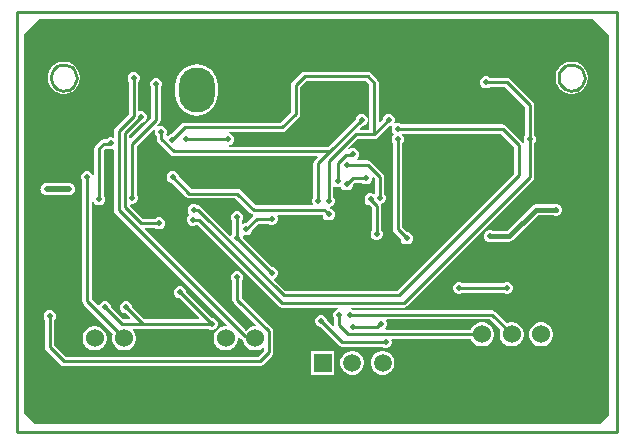
<source format=gbl>
G04*
G04 #@! TF.GenerationSoftware,Altium Limited,Altium Designer,21.8.1 (53)*
G04*
G04 Layer_Physical_Order=2*
G04 Layer_Color=16711680*
%FSLAX25Y25*%
%MOIN*%
G70*
G04*
G04 #@! TF.SameCoordinates,187DA05A-B4E4-4C7B-AEA6-211E795FDF11*
G04*
G04*
G04 #@! TF.FilePolarity,Positive*
G04*
G01*
G75*
%ADD11C,0.01000*%
%ADD51C,0.02000*%
%ADD52C,0.01500*%
%ADD53C,0.06000*%
%ADD54R,0.06000X0.06000*%
%ADD55R,0.06000X0.05906*%
%ADD56R,0.05905X0.05905*%
%ADD57C,0.05906*%
%ADD58O,0.12000X0.15000*%
%ADD59C,0.02000*%
G36*
X197500Y132000D02*
Y5500D01*
X194500Y2500D01*
X6000D01*
X2500Y6000D01*
Y132500D01*
X7500Y137500D01*
X192000D01*
X197500Y132000D01*
D02*
G37*
%LPC*%
G36*
X185466Y123460D02*
X184613D01*
X184514Y123441D01*
X184414D01*
X183577Y123275D01*
X183484Y123236D01*
X183386Y123216D01*
X182598Y122890D01*
X182514Y122834D01*
X182422Y122796D01*
X181712Y122322D01*
X181641Y122251D01*
X181558Y122195D01*
X180955Y121592D01*
X180899Y121508D01*
X180828Y121437D01*
X180354Y120728D01*
X180315Y120635D01*
X180260Y120552D01*
X179933Y119764D01*
X179913Y119665D01*
X179875Y119572D01*
X179709Y118736D01*
Y118635D01*
X179689Y118537D01*
Y117684D01*
X179709Y117585D01*
Y117485D01*
X179875Y116648D01*
X179913Y116555D01*
X179933Y116457D01*
X180260Y115669D01*
X180315Y115585D01*
X180354Y115492D01*
X180828Y114783D01*
X180899Y114712D01*
X180955Y114629D01*
X181558Y114025D01*
X181641Y113970D01*
X181712Y113899D01*
X182422Y113425D01*
X182514Y113386D01*
X182598Y113330D01*
X183386Y113004D01*
X183484Y112984D01*
X183577Y112946D01*
X184414Y112779D01*
X184514D01*
X184613Y112760D01*
X185466D01*
X185564Y112779D01*
X185665D01*
X186502Y112946D01*
X186594Y112984D01*
X186693Y113004D01*
X187481Y113330D01*
X187564Y113386D01*
X187657Y113425D01*
X188366Y113899D01*
X188437Y113970D01*
X188521Y114025D01*
X189124Y114629D01*
X189180Y114712D01*
X189251Y114783D01*
X189725Y115492D01*
X189763Y115585D01*
X189819Y115669D01*
X190146Y116457D01*
X190165Y116555D01*
X190204Y116648D01*
X190370Y117485D01*
Y117585D01*
X190390Y117684D01*
Y118537D01*
X190370Y118635D01*
Y118736D01*
X190204Y119572D01*
X190165Y119665D01*
X190146Y119764D01*
X189819Y120552D01*
X189763Y120635D01*
X189725Y120728D01*
X189251Y121437D01*
X189180Y121508D01*
X189124Y121592D01*
X188521Y122195D01*
X188437Y122251D01*
X188366Y122322D01*
X187657Y122796D01*
X187564Y122834D01*
X187481Y122890D01*
X186693Y123216D01*
X186594Y123236D01*
X186502Y123275D01*
X185665Y123441D01*
X185564D01*
X185466Y123460D01*
D02*
G37*
G36*
X16175D02*
X15322D01*
X15223Y123441D01*
X15123D01*
X14286Y123275D01*
X14193Y123236D01*
X14095Y123216D01*
X13307Y122890D01*
X13223Y122834D01*
X13130Y122796D01*
X12421Y122322D01*
X12350Y122251D01*
X12266Y122195D01*
X11663Y121592D01*
X11607Y121508D01*
X11536Y121437D01*
X11062Y120728D01*
X11024Y120635D01*
X10968Y120552D01*
X10642Y119764D01*
X10622Y119665D01*
X10584Y119572D01*
X10417Y118736D01*
Y118635D01*
X10398Y118537D01*
Y117684D01*
X10417Y117585D01*
Y117485D01*
X10584Y116648D01*
X10622Y116555D01*
X10642Y116457D01*
X10968Y115669D01*
X11024Y115585D01*
X11062Y115492D01*
X11536Y114783D01*
X11607Y114712D01*
X11663Y114629D01*
X12266Y114025D01*
X12350Y113970D01*
X12421Y113899D01*
X13130Y113425D01*
X13223Y113386D01*
X13307Y113330D01*
X14095Y113004D01*
X14193Y112984D01*
X14286Y112946D01*
X15123Y112779D01*
X15223D01*
X15322Y112760D01*
X16175D01*
X16273Y112779D01*
X16374D01*
X17210Y112946D01*
X17303Y112984D01*
X17401Y113004D01*
X18190Y113330D01*
X18273Y113386D01*
X18366Y113425D01*
X19075Y113899D01*
X19146Y113970D01*
X19230Y114025D01*
X19833Y114629D01*
X19889Y114712D01*
X19960Y114783D01*
X20434Y115492D01*
X20472Y115585D01*
X20528Y115669D01*
X20854Y116457D01*
X20874Y116555D01*
X20912Y116648D01*
X21079Y117485D01*
Y117585D01*
X21098Y117684D01*
Y118537D01*
X21079Y118635D01*
Y118736D01*
X20912Y119572D01*
X20874Y119665D01*
X20854Y119764D01*
X20528Y120552D01*
X20472Y120635D01*
X20434Y120728D01*
X19960Y121437D01*
X19889Y121508D01*
X19833Y121592D01*
X19230Y122195D01*
X19146Y122251D01*
X19075Y122322D01*
X18366Y122796D01*
X18273Y122834D01*
X18190Y122890D01*
X17401Y123216D01*
X17303Y123236D01*
X17210Y123275D01*
X16374Y123441D01*
X16273D01*
X16175Y123460D01*
D02*
G37*
G36*
X60000Y122534D02*
X58628Y122399D01*
X57308Y121999D01*
X56092Y121349D01*
X55026Y120474D01*
X54151Y119408D01*
X53501Y118192D01*
X53101Y116872D01*
X52966Y115500D01*
Y112500D01*
X53101Y111128D01*
X53501Y109808D01*
X54151Y108592D01*
X55026Y107526D01*
X56092Y106651D01*
X57308Y106001D01*
X58628Y105601D01*
X60000Y105466D01*
X61372Y105601D01*
X62692Y106001D01*
X63908Y106651D01*
X64974Y107526D01*
X65848Y108592D01*
X66499Y109808D01*
X66899Y111128D01*
X67034Y112500D01*
Y115500D01*
X66899Y116872D01*
X66499Y118192D01*
X65848Y119408D01*
X64974Y120474D01*
X63908Y121349D01*
X62692Y121999D01*
X61372Y122399D01*
X60000Y122534D01*
D02*
G37*
G36*
X117000Y120029D02*
X96000D01*
X95415Y119913D01*
X94919Y119581D01*
X91919Y116581D01*
X91587Y116085D01*
X91471Y115500D01*
Y106633D01*
X87866Y103029D01*
X56000D01*
X55415Y102913D01*
X54919Y102581D01*
X51759Y99422D01*
X51524D01*
X50789Y99117D01*
X50475Y98803D01*
X49887Y98923D01*
X49804Y99128D01*
X50000Y99602D01*
Y100398D01*
X49696Y101133D01*
X49133Y101696D01*
X48398Y102000D01*
X47602D01*
X47145Y101811D01*
X46862Y102235D01*
X47581Y102954D01*
X47913Y103450D01*
X48029Y104035D01*
Y114701D01*
X48195Y114867D01*
X48500Y115602D01*
Y116398D01*
X48195Y117133D01*
X47633Y117695D01*
X46898Y118000D01*
X46102D01*
X45367Y117695D01*
X44804Y117133D01*
X44500Y116398D01*
Y115602D01*
X44804Y114867D01*
X44971Y114701D01*
Y104669D01*
X37991Y97690D01*
X37529Y97881D01*
Y98866D01*
X41663Y103000D01*
X41898D01*
X42633Y103305D01*
X43196Y103867D01*
X43500Y104602D01*
Y105398D01*
X43196Y106133D01*
X42633Y106695D01*
X41898Y107000D01*
X41102D01*
X40945Y106935D01*
X40529Y107213D01*
Y116701D01*
X40696Y116867D01*
X41000Y117602D01*
Y118398D01*
X40696Y119133D01*
X40133Y119695D01*
X39398Y120000D01*
X38602D01*
X37867Y119695D01*
X37304Y119133D01*
X37000Y118398D01*
Y117602D01*
X37304Y116867D01*
X37471Y116701D01*
Y105962D01*
X32919Y101410D01*
X32587Y100914D01*
X32471Y100328D01*
Y98404D01*
X32055Y98126D01*
X31898Y98191D01*
X31102D01*
X30367Y97887D01*
X30010Y97529D01*
X29000D01*
X28415Y97413D01*
X27919Y97081D01*
X26419Y95581D01*
X26087Y95085D01*
X25971Y94500D01*
Y85469D01*
X25500Y85398D01*
X25196Y86133D01*
X24633Y86695D01*
X23898Y87000D01*
X23102D01*
X22367Y86695D01*
X21804Y86133D01*
X21500Y85398D01*
Y84602D01*
X21804Y83867D01*
X21971Y83701D01*
Y43531D01*
X22087Y42946D01*
X22419Y42450D01*
X32123Y32746D01*
X32115Y32733D01*
X31842Y31715D01*
Y30662D01*
X32115Y29645D01*
X32642Y28733D01*
X33386Y27988D01*
X34299Y27461D01*
X35316Y27189D01*
X36369D01*
X37386Y27461D01*
X38299Y27988D01*
X39043Y28733D01*
X39570Y29645D01*
X39843Y30662D01*
Y31715D01*
X39570Y32733D01*
X39043Y33645D01*
X38717Y33971D01*
X38925Y34471D01*
X63701D01*
X63867Y34304D01*
X64602Y34000D01*
X65398D01*
X66133Y34304D01*
X66695Y34867D01*
X67000Y35602D01*
Y36398D01*
X66695Y37133D01*
X66133Y37696D01*
X65398Y38000D01*
X65163D01*
X56500Y46663D01*
Y46898D01*
X56195Y47633D01*
X55633Y48195D01*
X54898Y48500D01*
X54102D01*
X53367Y48195D01*
X52804Y47633D01*
X52500Y46898D01*
Y46102D01*
X52804Y45367D01*
X53367Y44804D01*
X54102Y44500D01*
X54337D01*
X60846Y37991D01*
X60654Y37529D01*
X42634D01*
X38500Y41663D01*
Y41898D01*
X38195Y42633D01*
X37633Y43196D01*
X36898Y43500D01*
X36102D01*
X35367Y43196D01*
X34804Y42633D01*
X34500Y41898D01*
Y41102D01*
X34804Y40367D01*
X35367Y39805D01*
X36102Y39500D01*
X36337D01*
X37846Y37991D01*
X37654Y37529D01*
X35634D01*
X31500Y41663D01*
Y41898D01*
X31196Y42633D01*
X30633Y43196D01*
X29898Y43500D01*
X29102D01*
X28367Y43196D01*
X27804Y42633D01*
X27647Y42254D01*
X27058Y42136D01*
X25029Y44165D01*
Y77031D01*
X25500Y77102D01*
X25804Y76367D01*
X26367Y75805D01*
X27102Y75500D01*
X27898D01*
X28633Y75805D01*
X29195Y76367D01*
X29500Y77102D01*
Y77898D01*
X29195Y78633D01*
X29029Y78799D01*
Y93866D01*
X29634Y94471D01*
X30428D01*
X31102Y94191D01*
X31898D01*
X32055Y94256D01*
X32471Y93979D01*
Y74000D01*
X32587Y73415D01*
X32919Y72919D01*
X70148Y35689D01*
X69941Y35189D01*
X69131D01*
X68114Y34916D01*
X67201Y34389D01*
X66457Y33645D01*
X65930Y32733D01*
X65658Y31715D01*
Y30662D01*
X65930Y29645D01*
X66457Y28733D01*
X67201Y27988D01*
X68114Y27461D01*
X69131Y27189D01*
X70184D01*
X71201Y27461D01*
X72114Y27988D01*
X72858Y28733D01*
X73385Y29645D01*
X73658Y30662D01*
Y31473D01*
X74158Y31680D01*
X74892Y30945D01*
X75388Y30613D01*
X75520Y30587D01*
X75773Y29645D01*
X76299Y28733D01*
X77044Y27988D01*
X77956Y27461D01*
X78973Y27189D01*
X80027D01*
X81044Y27461D01*
X81956Y27988D01*
X82009Y28041D01*
X82471Y27849D01*
Y27134D01*
X80366Y25029D01*
X16358D01*
X12529Y28858D01*
Y37201D01*
X12696Y37367D01*
X13000Y38102D01*
Y38898D01*
X12696Y39633D01*
X12133Y40196D01*
X11398Y40500D01*
X10602D01*
X9867Y40196D01*
X9305Y39633D01*
X9000Y38898D01*
Y38102D01*
X9305Y37367D01*
X9471Y37201D01*
Y28225D01*
X9587Y27640D01*
X9919Y27143D01*
X14643Y22419D01*
X15140Y22087D01*
X15725Y21971D01*
X81000D01*
X81585Y22087D01*
X82081Y22419D01*
X85081Y25419D01*
X85413Y25915D01*
X85529Y26500D01*
Y33615D01*
X85413Y34200D01*
X85081Y34696D01*
X75029Y44748D01*
Y50201D01*
X75195Y50367D01*
X75500Y51102D01*
Y51898D01*
X75195Y52633D01*
X74633Y53196D01*
X73898Y53500D01*
X73102D01*
X72367Y53196D01*
X71804Y52633D01*
X71500Y51898D01*
Y51102D01*
X71804Y50367D01*
X71971Y50201D01*
Y44115D01*
X72087Y43529D01*
X72419Y43033D01*
X79763Y35689D01*
X79556Y35189D01*
X78973D01*
X77956Y34916D01*
X77044Y34389D01*
X76409Y33754D01*
X42654Y67509D01*
X42846Y67971D01*
X46201D01*
X46367Y67804D01*
X47102Y67500D01*
X47898D01*
X48633Y67804D01*
X49196Y68367D01*
X49500Y69102D01*
Y69898D01*
X49196Y70633D01*
X48633Y71196D01*
X47898Y71500D01*
X47102D01*
X46367Y71196D01*
X46201Y71029D01*
X41962D01*
X37651Y75340D01*
X37675Y75682D01*
X38102Y76000D01*
X38898D01*
X39633Y76305D01*
X40196Y76867D01*
X40500Y77602D01*
Y78398D01*
X40196Y79133D01*
X40029Y79299D01*
Y95402D01*
X45765Y101138D01*
X46189Y100855D01*
X46000Y100398D01*
Y99602D01*
X46305Y98867D01*
X46662Y98510D01*
Y97617D01*
X46778Y97032D01*
X47110Y96535D01*
X51227Y92419D01*
X51723Y92087D01*
X52308Y91971D01*
X100154D01*
X100346Y91509D01*
X99419Y90581D01*
X99087Y90085D01*
X98971Y89500D01*
Y78299D01*
X98804Y78133D01*
X98500Y77398D01*
Y76602D01*
X98737Y76029D01*
X98489Y75529D01*
X79633D01*
X74677Y80486D01*
X74181Y80817D01*
X73596Y80934D01*
X58229D01*
X54000Y85163D01*
Y85398D01*
X53695Y86133D01*
X53133Y86695D01*
X52398Y87000D01*
X51602D01*
X50867Y86695D01*
X50305Y86133D01*
X50000Y85398D01*
Y84602D01*
X50305Y83867D01*
X50867Y83305D01*
X51602Y83000D01*
X51837D01*
X56514Y78323D01*
X57010Y77991D01*
X57596Y77875D01*
X72962D01*
X77919Y72919D01*
X78415Y72587D01*
X78693Y72532D01*
X78786Y72345D01*
X78831Y71994D01*
X76337Y69500D01*
X76102D01*
X75529Y69263D01*
X75029Y69511D01*
Y70201D01*
X75195Y70367D01*
X75500Y71102D01*
Y71898D01*
X75195Y72633D01*
X74633Y73195D01*
X73898Y73500D01*
X73102D01*
X72367Y73195D01*
X71804Y72633D01*
X71500Y71898D01*
Y71102D01*
X71804Y70367D01*
X71971Y70201D01*
Y65799D01*
X71804Y65633D01*
X71750Y65501D01*
X71259Y65403D01*
X61599Y75064D01*
X61103Y75395D01*
X60518Y75512D01*
X60317D01*
X60133Y75696D01*
X59398Y76000D01*
X58602D01*
X57867Y75696D01*
X57305Y75133D01*
X57000Y74398D01*
Y73602D01*
X57305Y72867D01*
X57623Y72548D01*
X57599Y72428D01*
X57037Y71865D01*
X56732Y71130D01*
Y70334D01*
X57037Y69599D01*
X57599Y69037D01*
X58334Y68732D01*
X59130D01*
X59865Y69037D01*
X60415Y68922D01*
X87419Y41919D01*
X87915Y41587D01*
X88500Y41471D01*
X107031D01*
X107102Y41000D01*
X106367Y40696D01*
X105805Y40133D01*
X105500Y39398D01*
Y38602D01*
X105805Y37867D01*
X105971Y37701D01*
Y35500D01*
X105996Y35374D01*
X105535Y35128D01*
X103500Y37163D01*
Y37398D01*
X103196Y38133D01*
X102633Y38695D01*
X101898Y39000D01*
X101102D01*
X100367Y38695D01*
X99805Y38133D01*
X99500Y37398D01*
Y36602D01*
X99805Y35867D01*
X100367Y35304D01*
X101102Y35000D01*
X101337D01*
X107419Y28919D01*
X107915Y28587D01*
X108500Y28471D01*
X121701D01*
X121867Y28304D01*
X122602Y28000D01*
X123398D01*
X124133Y28304D01*
X124696Y28867D01*
X125000Y29602D01*
Y30398D01*
X124935Y30555D01*
X125213Y30971D01*
X151426D01*
X151430Y30956D01*
X151957Y30044D01*
X152701Y29299D01*
X153613Y28773D01*
X154631Y28500D01*
X155684D01*
X156701Y28773D01*
X157614Y29299D01*
X158358Y30044D01*
X158885Y30956D01*
X159158Y31973D01*
Y33027D01*
X158885Y34044D01*
X158358Y34956D01*
X157614Y35701D01*
X156701Y36227D01*
X155684Y36500D01*
X154631D01*
X153613Y36227D01*
X152701Y35701D01*
X151957Y34956D01*
X151430Y34044D01*
X151426Y34029D01*
X123065D01*
X122858Y34529D01*
X123196Y34867D01*
X123500Y35602D01*
Y36398D01*
X123255Y36988D01*
X123493Y37488D01*
X157849D01*
X161280Y34057D01*
X161273Y34044D01*
X161000Y33027D01*
Y31973D01*
X161273Y30956D01*
X161799Y30044D01*
X162544Y29299D01*
X163456Y28773D01*
X164473Y28500D01*
X165527D01*
X166544Y28773D01*
X167456Y29299D01*
X168201Y30044D01*
X168727Y30956D01*
X169000Y31973D01*
Y33027D01*
X168727Y34044D01*
X168201Y34956D01*
X167456Y35701D01*
X166544Y36227D01*
X165527Y36500D01*
X164473D01*
X163456Y36227D01*
X163443Y36220D01*
X159564Y40099D01*
X159067Y40431D01*
X158482Y40547D01*
X112317D01*
X112151Y40713D01*
X111529Y40971D01*
X111629Y41471D01*
X129000D01*
X129585Y41587D01*
X130081Y41919D01*
X172081Y83919D01*
X172413Y84415D01*
X172529Y85000D01*
Y96201D01*
X172696Y96367D01*
X173000Y97102D01*
Y97898D01*
X172696Y98633D01*
X172529Y98799D01*
Y109000D01*
X172413Y109585D01*
X172081Y110081D01*
X164581Y117581D01*
X164085Y117913D01*
X163500Y118029D01*
X157799D01*
X157633Y118195D01*
X156898Y118500D01*
X156102D01*
X155367Y118195D01*
X154805Y117633D01*
X154500Y116898D01*
Y116102D01*
X154805Y115367D01*
X155367Y114804D01*
X156102Y114500D01*
X156898D01*
X157633Y114804D01*
X157799Y114971D01*
X162866D01*
X169471Y108367D01*
Y98799D01*
X169305Y98633D01*
X169000Y97898D01*
Y97102D01*
X169269Y96452D01*
X168826Y96215D01*
X168581Y96581D01*
X163081Y102081D01*
X162585Y102413D01*
X162000Y102529D01*
X128299D01*
X128133Y102696D01*
X127398Y103000D01*
X126602D01*
X126227Y102845D01*
X125845Y103227D01*
X126000Y103602D01*
Y104398D01*
X125696Y105133D01*
X125133Y105695D01*
X124398Y106000D01*
X123602D01*
X122867Y105695D01*
X122304Y105133D01*
X122000Y104398D01*
Y104163D01*
X121159Y103322D01*
X120697Y103514D01*
Y116332D01*
X120581Y116917D01*
X120249Y117413D01*
X118081Y119581D01*
X117585Y119913D01*
X117000Y120029D01*
D02*
G37*
G36*
X17500Y83039D02*
X10000D01*
X9803Y83000D01*
X9602D01*
X9417Y82923D01*
X9220Y82884D01*
X9053Y82772D01*
X8867Y82696D01*
X8725Y82553D01*
X8558Y82442D01*
X8446Y82275D01*
X8304Y82133D01*
X8228Y81947D01*
X8116Y81780D01*
X8077Y81583D01*
X8000Y81398D01*
Y81197D01*
X7961Y81000D01*
X8000Y80803D01*
Y80602D01*
X8077Y80417D01*
X8116Y80220D01*
X8228Y80053D01*
X8304Y79867D01*
X8446Y79725D01*
X8558Y79558D01*
X8725Y79447D01*
X8867Y79304D01*
X9053Y79228D01*
X9220Y79116D01*
X9417Y79077D01*
X9602Y79000D01*
X9803D01*
X10000Y78961D01*
X17500D01*
X17697Y79000D01*
X17898D01*
X18083Y79077D01*
X18280Y79116D01*
X18447Y79228D01*
X18633Y79304D01*
X18775Y79447D01*
X18942Y79558D01*
X19053Y79725D01*
X19196Y79867D01*
X19272Y80053D01*
X19384Y80220D01*
X19423Y80417D01*
X19500Y80602D01*
Y80803D01*
X19539Y81000D01*
X19500Y81197D01*
Y81398D01*
X19423Y81583D01*
X19384Y81780D01*
X19272Y81947D01*
X19196Y82133D01*
X19053Y82275D01*
X18942Y82442D01*
X18775Y82553D01*
X18633Y82696D01*
X18447Y82772D01*
X18280Y82884D01*
X18083Y82923D01*
X17898Y83000D01*
X17697D01*
X17500Y83039D01*
D02*
G37*
G36*
X180187Y76075D02*
X179391D01*
X178870Y75859D01*
X173075D01*
X172392Y75723D01*
X171813Y75336D01*
X171813Y75336D01*
X163512Y67035D01*
X158668D01*
X158147Y67251D01*
X157351D01*
X156616Y66946D01*
X156054Y66384D01*
X155749Y65649D01*
Y64853D01*
X156054Y64118D01*
X156616Y63555D01*
X157351Y63251D01*
X158147D01*
X158668Y63466D01*
X164251D01*
X164934Y63602D01*
X165512Y63989D01*
X173814Y72290D01*
X178870D01*
X179391Y72075D01*
X180187D01*
X180922Y72379D01*
X181484Y72942D01*
X181789Y73677D01*
Y74472D01*
X181484Y75208D01*
X180922Y75770D01*
X180187Y76075D01*
D02*
G37*
G36*
X163898Y50000D02*
X163102D01*
X162367Y49696D01*
X162201Y49529D01*
X148799D01*
X148633Y49696D01*
X147898Y50000D01*
X147102D01*
X146367Y49696D01*
X145805Y49133D01*
X145500Y48398D01*
Y47602D01*
X145805Y46867D01*
X146367Y46305D01*
X147102Y46000D01*
X147898D01*
X148633Y46305D01*
X148799Y46471D01*
X162201D01*
X162367Y46305D01*
X163102Y46000D01*
X163898D01*
X164633Y46305D01*
X165196Y46867D01*
X165500Y47602D01*
Y48398D01*
X165196Y49133D01*
X164633Y49696D01*
X163898Y50000D01*
D02*
G37*
G36*
X175369Y36500D02*
X174316D01*
X173299Y36227D01*
X172387Y35701D01*
X171642Y34956D01*
X171115Y34044D01*
X170843Y33027D01*
Y31973D01*
X171115Y30956D01*
X171642Y30044D01*
X172387Y29299D01*
X173299Y28773D01*
X174316Y28500D01*
X175369D01*
X176386Y28773D01*
X177299Y29299D01*
X178043Y30044D01*
X178570Y30956D01*
X178842Y31973D01*
Y33027D01*
X178570Y34044D01*
X178043Y34956D01*
X177299Y35701D01*
X176386Y36227D01*
X175369Y36500D01*
D02*
G37*
G36*
X26527Y35189D02*
X25473D01*
X24456Y34916D01*
X23544Y34389D01*
X22799Y33645D01*
X22273Y32733D01*
X22000Y31715D01*
Y30662D01*
X22273Y29645D01*
X22799Y28733D01*
X23544Y27988D01*
X24456Y27461D01*
X25473Y27189D01*
X26527D01*
X27544Y27461D01*
X28456Y27988D01*
X29201Y28733D01*
X29727Y29645D01*
X30000Y30662D01*
Y31715D01*
X29727Y32733D01*
X29201Y33645D01*
X28456Y34389D01*
X27544Y34916D01*
X26527Y35189D01*
D02*
G37*
G36*
X105953Y26952D02*
X98048D01*
Y19048D01*
X105953D01*
Y26952D01*
D02*
G37*
G36*
X122525Y26953D02*
X121485D01*
X120479Y26684D01*
X119578Y26163D01*
X118842Y25427D01*
X118321Y24526D01*
X118052Y23520D01*
Y22480D01*
X118321Y21474D01*
X118842Y20573D01*
X119578Y19837D01*
X120479Y19316D01*
X121485Y19047D01*
X122525D01*
X123531Y19316D01*
X124432Y19837D01*
X125168Y20573D01*
X125689Y21474D01*
X125958Y22480D01*
Y23520D01*
X125689Y24526D01*
X125168Y25427D01*
X124432Y26163D01*
X123531Y26684D01*
X122525Y26953D01*
D02*
G37*
G36*
X112365D02*
X111325D01*
X110319Y26684D01*
X109418Y26163D01*
X108682Y25427D01*
X108161Y24526D01*
X107892Y23520D01*
Y22480D01*
X108161Y21474D01*
X108682Y20573D01*
X109418Y19837D01*
X110319Y19316D01*
X111325Y19047D01*
X112365D01*
X113371Y19316D01*
X114272Y19837D01*
X115008Y20573D01*
X115529Y21474D01*
X115798Y22480D01*
Y23520D01*
X115529Y24526D01*
X115008Y25427D01*
X114272Y26163D01*
X113371Y26684D01*
X112365Y26953D01*
D02*
G37*
%LPD*%
G36*
X117639Y115699D02*
Y100697D01*
X114514D01*
X114322Y101159D01*
X115163Y102000D01*
X115398D01*
X116133Y102304D01*
X116695Y102867D01*
X117000Y103602D01*
Y104398D01*
X116695Y105133D01*
X116133Y105695D01*
X115398Y106000D01*
X114602D01*
X113867Y105695D01*
X113304Y105133D01*
X113000Y104398D01*
Y104163D01*
X103867Y95029D01*
X70969D01*
X70898Y95500D01*
X71633Y95805D01*
X72196Y96367D01*
X72500Y97102D01*
Y97898D01*
X72196Y98633D01*
X71633Y99195D01*
X70898Y99500D01*
X70969Y99971D01*
X88500D01*
X89085Y100087D01*
X89581Y100419D01*
X94081Y104919D01*
X94413Y105415D01*
X94529Y106000D01*
Y114866D01*
X96633Y116971D01*
X116367D01*
X117639Y115699D01*
D02*
G37*
G36*
X125155Y101772D02*
X125000Y101398D01*
Y100602D01*
X125304Y99867D01*
X125595Y99577D01*
X125828Y99250D01*
X125595Y98923D01*
X125304Y98633D01*
X125000Y97898D01*
Y97102D01*
X125304Y96367D01*
X125471Y96201D01*
Y67500D01*
X125587Y66915D01*
X125919Y66419D01*
X128000Y64337D01*
Y64102D01*
X128305Y63367D01*
X128867Y62805D01*
X129602Y62500D01*
X130398D01*
X131133Y62805D01*
X131695Y63367D01*
X132000Y64102D01*
Y64898D01*
X131695Y65633D01*
X131133Y66195D01*
X130398Y66500D01*
X130163D01*
X128529Y68133D01*
Y96201D01*
X128695Y96367D01*
X129000Y97102D01*
Y97898D01*
X128695Y98633D01*
X128405Y98923D01*
X128363Y98983D01*
X128565Y99471D01*
X161366D01*
X165971Y94867D01*
Y86133D01*
X126866Y47029D01*
X89634D01*
X85903Y50759D01*
X86001Y51250D01*
X86133Y51305D01*
X86695Y51867D01*
X87000Y52602D01*
Y53398D01*
X86695Y54133D01*
X86133Y54695D01*
X85398Y55000D01*
X85163D01*
X75500Y64663D01*
Y64898D01*
X75345Y65272D01*
X75727Y65655D01*
X76102Y65500D01*
X76898D01*
X77633Y65804D01*
X78196Y66367D01*
X78500Y67102D01*
Y67337D01*
X80633Y69471D01*
X83701D01*
X83867Y69305D01*
X84602Y69000D01*
X85398D01*
X86133Y69305D01*
X86695Y69867D01*
X87000Y70602D01*
Y71398D01*
X86763Y71971D01*
X87011Y72471D01*
X101866D01*
X102000Y72337D01*
Y72102D01*
X102304Y71367D01*
X102867Y70805D01*
X103602Y70500D01*
X104398D01*
X105133Y70805D01*
X105695Y71367D01*
X106000Y72102D01*
Y72898D01*
X105695Y73633D01*
X105133Y74195D01*
X104613Y74411D01*
X104541Y74538D01*
X104767Y75153D01*
X105133Y75305D01*
X105695Y75867D01*
X106000Y76602D01*
Y77398D01*
X105695Y78133D01*
X105529Y78299D01*
Y81489D01*
X106029Y81737D01*
X106602Y81500D01*
X107398D01*
X108125Y81801D01*
X108305Y81367D01*
X108867Y80805D01*
X109602Y80500D01*
X110398D01*
X111133Y80805D01*
X111696Y81367D01*
X112000Y82102D01*
Y82337D01*
X112634Y82971D01*
X115201D01*
X115367Y82805D01*
X116102Y82500D01*
X116898D01*
X117633Y82805D01*
X118195Y83367D01*
X118500Y84102D01*
Y84651D01*
X119000Y84858D01*
X119471Y84387D01*
Y79545D01*
X119373Y79445D01*
X119001Y79246D01*
X118836Y79308D01*
X118391Y79493D01*
X117595D01*
X116860Y79188D01*
X116297Y78626D01*
X115993Y77890D01*
Y77095D01*
X116297Y76360D01*
X116860Y75797D01*
X117595Y75493D01*
X117809D01*
X118471Y74831D01*
Y67299D01*
X118305Y67133D01*
X118000Y66398D01*
Y65602D01*
X118305Y64867D01*
X118867Y64305D01*
X119602Y64000D01*
X120398D01*
X121133Y64305D01*
X121695Y64867D01*
X122000Y65602D01*
Y66398D01*
X121695Y67133D01*
X121529Y67299D01*
Y75464D01*
X121421Y76010D01*
X122133Y76305D01*
X122696Y76867D01*
X123000Y77602D01*
Y78398D01*
X122696Y79133D01*
X122529Y79299D01*
Y85021D01*
X122413Y85606D01*
X122081Y86102D01*
X120102Y88081D01*
X120040Y88123D01*
X118081Y90081D01*
X117585Y90413D01*
X117000Y90529D01*
X113565D01*
X113358Y91029D01*
X113696Y91367D01*
X114000Y92102D01*
Y92898D01*
X113696Y93633D01*
X113133Y94195D01*
X112398Y94500D01*
X111602D01*
X110867Y94195D01*
X110559Y94568D01*
X113630Y97638D01*
X119168D01*
X119753Y97755D01*
X120249Y98087D01*
X124163Y102000D01*
X124398D01*
X124773Y102155D01*
X125155Y101772D01*
D02*
G37*
D11*
X27500Y77500D02*
Y94500D01*
X29000Y96000D01*
X31309D01*
X31500Y96191D01*
X147500Y48000D02*
X163500D01*
X39000Y105328D02*
Y118000D01*
X46500Y104035D02*
Y116000D01*
X56500Y97500D02*
X70500D01*
X112000Y84500D02*
X116500D01*
X110000Y82500D02*
X112000Y84500D01*
X119021Y87000D02*
X121000Y85021D01*
Y78000D02*
Y85021D01*
X110000Y89000D02*
X117000D01*
X119000Y87000D01*
X119021D01*
X107000Y83500D02*
Y89535D01*
X109773Y92309D01*
X104000Y77000D02*
Y90172D01*
X112996Y99168D01*
X11000Y28225D02*
Y38500D01*
X29500Y41500D02*
X35000Y36000D01*
X42000D01*
X65000D01*
X36500Y41500D02*
X42000Y36000D01*
X54500Y46500D02*
X65000Y36000D01*
X127000Y67500D02*
X130000Y64500D01*
X127000Y67500D02*
Y97500D01*
X73500Y64500D02*
X85000Y53000D01*
X60518Y73982D02*
X89000Y45500D01*
X59000Y74000D02*
X59018Y73982D01*
X58732Y70732D02*
X60768D01*
X88500Y43000D01*
X59018Y73982D02*
X60518D01*
X73500Y64500D02*
Y71500D01*
X117993Y77472D02*
Y77493D01*
X101500Y37000D02*
X108500Y30000D01*
X123000D01*
X110500Y32500D02*
X155157D01*
X107500Y35500D02*
X110500Y32500D01*
X107500Y35500D02*
Y39000D01*
X120229Y35000D02*
X121229Y36000D01*
X121500D01*
X112000Y35000D02*
X120229D01*
X111018Y39018D02*
X158482D01*
X88500Y43000D02*
X129000D01*
X89000Y45500D02*
X127500D01*
X167500Y85500D01*
X129000Y43000D02*
X171000Y85000D01*
X158482Y39018D02*
X165000Y32500D01*
X11000Y28225D02*
X15725Y23500D01*
X81000D01*
X84000Y26500D01*
X73500Y44115D02*
Y51500D01*
Y44115D02*
X84000Y33615D01*
Y26500D02*
Y33615D01*
X78662Y32026D02*
X79500Y31189D01*
X75974Y32026D02*
X78662D01*
X34000Y74000D02*
X75974Y32026D01*
X36000Y74828D02*
Y99500D01*
X41328Y69500D02*
X47500D01*
X36000Y74828D02*
X41328Y69500D01*
X34000Y74000D02*
Y100328D01*
X38500Y78000D02*
Y96035D01*
X34000Y100328D02*
X39000Y105328D01*
X36000Y99500D02*
X41500Y105000D01*
X23500Y43531D02*
X35842Y31189D01*
X23500Y43531D02*
Y85000D01*
X76500Y67500D02*
X80000Y71000D01*
X85000D01*
X102500Y74000D02*
X104000Y72500D01*
X79000Y74000D02*
X102500D01*
X73596Y79404D02*
X79000Y74000D01*
X57596Y79404D02*
X73596D01*
X38500Y96035D02*
X46500Y104035D01*
X48191Y97617D02*
X52308Y93500D01*
X48191Y97617D02*
Y99809D01*
X48000Y100000D02*
X48191Y99809D01*
X52000Y85000D02*
X57596Y79404D01*
X100500Y77000D02*
Y89500D01*
X167500Y85500D02*
Y95500D01*
X171000Y85000D02*
Y97500D01*
X162000Y101000D02*
X167500Y95500D01*
X171000Y97500D02*
Y109000D01*
X127000Y101000D02*
X162000D01*
X120000Y66000D02*
Y75464D01*
X117993Y77472D02*
X120000Y75464D01*
X104500Y93500D02*
X115000Y104000D01*
X52308Y93500D02*
X104500D01*
X100500Y89500D02*
X104500Y93500D01*
X109773Y92309D02*
X111809D01*
X112000Y92500D01*
X51922Y97422D02*
X56000Y101500D01*
X88500D01*
X93000Y106000D02*
Y115500D01*
X88500Y101500D02*
X93000Y106000D01*
X96000Y118500D02*
X117000D01*
X93000Y115500D02*
X96000Y118500D01*
X117000D02*
X119168Y116332D01*
Y99168D02*
Y116332D01*
Y99168D02*
X124000Y104000D01*
X112996Y99168D02*
X119168D01*
X156500Y116500D02*
X163500D01*
X171000Y109000D01*
X20079Y118110D02*
X19962Y119109D01*
X19618Y120054D01*
X19065Y120894D01*
X18334Y121584D01*
X17463Y122087D01*
X16500Y122375D01*
X15496Y122434D01*
X14506Y122259D01*
X13583Y121861D01*
X12776Y121260D01*
X12130Y120490D01*
X11678Y119591D01*
X11447Y118613D01*
Y117607D01*
X11678Y116629D01*
X12130Y115731D01*
X12776Y114960D01*
X13583Y114360D01*
X14506Y113962D01*
X15496Y113787D01*
X16500Y113845D01*
X17463Y114134D01*
X18334Y114637D01*
X19065Y115326D01*
X19618Y116167D01*
X19962Y117112D01*
X20079Y118110D01*
X189370D02*
X189253Y119109D01*
X188909Y120054D01*
X188357Y120894D01*
X187626Y121584D01*
X186755Y122087D01*
X185791Y122375D01*
X184788Y122434D01*
X183797Y122259D01*
X182874Y121861D01*
X182068Y121260D01*
X181421Y120490D01*
X180970Y119591D01*
X180738Y118613D01*
Y117607D01*
X180970Y116629D01*
X181421Y115731D01*
X182068Y114960D01*
X182874Y114360D01*
X183797Y113962D01*
X184788Y113787D01*
X185791Y113845D01*
X186755Y114134D01*
X187626Y114637D01*
X188357Y115326D01*
X188909Y116167D01*
X189253Y117112D01*
X189370Y118110D01*
X0Y0D02*
X200000D01*
X0Y140000D02*
X200000D01*
Y0D02*
Y140000D01*
X0Y0D02*
Y140000D01*
D51*
X10000Y81000D02*
X17500D01*
D52*
X157749Y65251D02*
X164251D01*
X173075Y74075D01*
X179789D01*
D53*
X79500Y31189D02*
D03*
X69657D02*
D03*
X174843Y32500D02*
D03*
X165000D02*
D03*
X155157D02*
D03*
X26000Y31189D02*
D03*
X35842D02*
D03*
D54*
X59815D02*
D03*
X16158D02*
D03*
D55*
X184685Y32500D02*
D03*
D56*
X102000Y23000D02*
D03*
D57*
X111845D02*
D03*
X122005D02*
D03*
X132005D02*
D03*
D58*
X80000Y114000D02*
D03*
X60000D02*
D03*
D59*
X21000Y27000D02*
D03*
X17500Y81000D02*
D03*
X10000D02*
D03*
X27500Y77500D02*
D03*
X7000Y26000D02*
D03*
X61000Y63500D02*
D03*
X59500Y65500D02*
D03*
X74500Y38000D02*
D03*
X130500Y57000D02*
D03*
X124500D02*
D03*
X125000Y48000D02*
D03*
X86500Y97000D02*
D03*
X91000Y97500D02*
D03*
X48000Y88500D02*
D03*
Y91500D02*
D03*
X75586Y90414D02*
D03*
X8000Y33500D02*
D03*
X21500Y37500D02*
D03*
X53000Y28000D02*
D03*
Y33000D02*
D03*
X137000Y26500D02*
D03*
X127000D02*
D03*
X189500Y27000D02*
D03*
X190500Y31000D02*
D03*
X185500Y25500D02*
D03*
X180500Y26000D02*
D03*
X190500Y34500D02*
D03*
X188500Y38500D02*
D03*
X181500D02*
D03*
X189000Y63000D02*
D03*
Y60000D02*
D03*
Y66000D02*
D03*
X180500Y54500D02*
D03*
Y59500D02*
D03*
Y63500D02*
D03*
X128500Y110500D02*
D03*
Y114000D02*
D03*
X111000Y110500D02*
D03*
Y113500D02*
D03*
X102000Y110500D02*
D03*
Y113500D02*
D03*
X88000Y108500D02*
D03*
X89000Y120000D02*
D03*
X70500Y108500D02*
D03*
Y117000D02*
D03*
X163500Y48000D02*
D03*
X39000Y118000D02*
D03*
X46500Y116000D02*
D03*
X147500Y48000D02*
D03*
X70500Y97500D02*
D03*
X116500Y84500D02*
D03*
X110000Y82500D02*
D03*
X107000Y83500D02*
D03*
X11000Y38500D02*
D03*
X29500Y41500D02*
D03*
X36500D02*
D03*
X54500Y46500D02*
D03*
X65000Y36000D02*
D03*
X130000Y64500D02*
D03*
X127000Y97500D02*
D03*
X85000Y53000D02*
D03*
X73500Y64500D02*
D03*
Y71500D02*
D03*
X117993Y77493D02*
D03*
X121000Y78000D02*
D03*
X101500Y37000D02*
D03*
X123000Y30000D02*
D03*
X112000Y35000D02*
D03*
X121500Y36000D02*
D03*
X111018Y39018D02*
D03*
X107500Y39000D02*
D03*
X73500Y51500D02*
D03*
X38500Y78000D02*
D03*
X31500Y96191D02*
D03*
X23500Y85000D02*
D03*
X76500Y67500D02*
D03*
X85000Y71000D02*
D03*
X47500Y69500D02*
D03*
X41500Y105000D02*
D03*
X48000Y100000D02*
D03*
X100500Y77000D02*
D03*
X120000Y66000D02*
D03*
X52000Y85000D02*
D03*
X59000Y74000D02*
D03*
X104000Y72500D02*
D03*
X58732Y70732D02*
D03*
X56500Y97500D02*
D03*
X112000Y92500D02*
D03*
X51922Y97422D02*
D03*
X124000Y104000D02*
D03*
X115000D02*
D03*
X104000Y77000D02*
D03*
X110000Y89000D02*
D03*
X157749Y65251D02*
D03*
X179789Y74075D02*
D03*
X171000Y97500D02*
D03*
X127000Y101000D02*
D03*
X156500Y116500D02*
D03*
M02*

</source>
